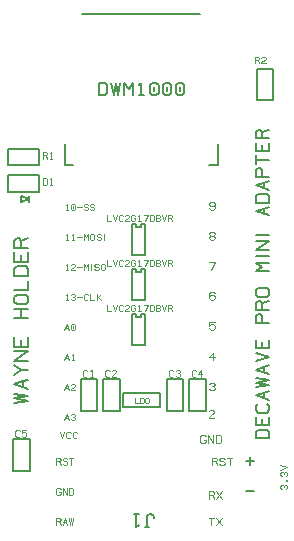
<source format=gto>
%FSTAX24Y24*%
%MOIN*%
%IN SILK1.GBR *%
%ADD10C,0.0029*%
%ADD11C,0.0034*%
%ADD12C,0.0036*%
%ADD13C,0.0043*%
%ADD14C,0.0060*%
%ADD15C,0.0071*%
%ADD16C,0.0079*%
%ADD17C,0.0080*%
D15*X008893Y004036D02*G01X008821Y003964D01*Y00375D01*X00925D01*
Y003964D01*X009179Y004036D01*X008893D01*X008821Y004464D02*Y004179D01*
X009036D01*X00925D01*Y004464D01*X009036Y004179D02*Y004393D01*
X008893Y004893D02*X008821Y004821D01*Y004679D01*X008893Y004607D01*
X009179D01*X00925Y004679D01*Y004821D01*X009179Y004893D01*
X00925Y005036D02*X008821Y005179D01*X009089Y005268D01*X00925Y005321D01*
X009089Y005268D02*Y005089D01*X008821Y005464D02*X00925Y005536D01*
X008821Y005607D01*X00925Y005679D01*X008821Y00575D01*X00925Y005893D02*
X008821Y006036D01*X009089Y006125D01*X00925Y006179D01*X009089Y006125D02*
Y005946D01*X008821Y006321D02*X00925Y006464D01*X008821Y006607D01*
Y007036D02*Y00675D01*X009036D01*X00925D01*Y007036D01*X009036Y00675D02*
Y006964D01*X00925Y007607D02*X008821D01*Y007821D01*X008893Y007893D01*
X008964D01*X009036Y007821D01*Y007607D01*X00925Y008036D02*X008821D01*
Y00825D01*X008893Y008321D01*X008964D01*X009036Y00825D01*
X00925Y008321D01*X009036Y00825D02*Y008036D01*X008893Y00875D02*
X008821Y008679D01*Y008536D01*X008893Y008464D01*X009179D01*
X00925Y008536D01*Y008679D01*X009179Y00875D01*X008893D01*
X00925Y009321D02*X008821D01*X009036Y009464D01*X008821Y009607D01*
X00925D01*Y009821D02*X008821D01*X00925Y010036D02*X008821D01*
X00925Y010321D01*X008821D01*X00925Y010536D02*X008821D01*
X00925Y011179D02*X008821Y011321D01*X009089Y011411D01*X00925Y011464D01*
X009089Y011411D02*Y011232D01*X008893Y011893D02*X008821Y011821D01*
Y011607D01*X00925D01*Y011821D01*X009179Y011893D01*X008893D01*
X00925Y012036D02*X008821Y012179D01*X009089Y012268D01*X00925Y012321D01*
X009089Y012268D02*Y012089D01*X00925Y012464D02*X008821D01*Y012679D01*
X008893Y01275D01*X008964D01*X009036Y012679D01*Y012464D01*
X00925Y013036D02*X008821D01*Y013179D01*Y013036D02*Y012893D01*
Y013607D02*Y013321D01*X009036D01*X00925D01*Y013607D01*
X009036Y013321D02*Y013536D01*X00925Y01375D02*X008821D01*Y013964D01*
X008893Y014036D01*X008964D01*X009036Y013964D01*X00925Y014036D01*
X009036Y013964D02*Y01375D01*D17*X002441Y013564D02*Y012875D01*
X002736D01*X007559Y013564D02*Y012875D01*X007264D01*X003032Y017895D02*
X006969D01*D16*X000764Y004921D02*X001236Y005D01*X000764Y005079D01*
X001236Y005157D01*X000764Y005236D01*X001236Y005393D02*X000764Y00555D01*
X001059Y005648D01*X001236Y005707D01*X001059Y005648D02*Y005452D01*
X000764Y005864D02*X001Y006021D01*X001236D01*X001D02*X000764Y006179D01*
X001236Y006336D02*X000764D01*X001236Y00665D01*X000764D01*Y007121D02*
Y006807D01*X001D01*X001236D01*Y007121D01*X001Y006807D02*Y007043D01*
X000764Y00775D02*X001D01*X001236D01*X001D02*Y008064D01*X000764D01*
X001D02*X001236D01*X000843Y008536D02*X000764Y008457D01*Y0083D01*
X000843Y008221D01*X001157D01*X001236Y0083D01*Y008457D01*
X001157Y008536D01*X000843D01*X000764Y008693D02*X001236D01*Y009007D01*
X000843Y009479D02*X000764Y0094D01*Y009164D01*X001236D01*Y0094D01*
X001157Y009479D01*X000843D01*X000764Y00995D02*Y009636D01*X001D01*
X001236D01*Y00995D01*X001Y009636D02*Y009871D01*X001236Y010107D02*
X000764D01*Y010343D01*X000843Y010421D01*X000921D01*X001Y010343D01*
X001236Y010421D01*X001Y010343D02*Y010107D01*D14*X003525Y004675D02*
X002975D01*X003525Y005725D02*X002975D01*X003525Y004675D02*Y005725D01*
X002975Y004675D02*Y005725D01*X0064Y004675D02*X00585D01*X0064Y005725D02*
X00585D01*X0064Y004675D02*Y005725D01*X00585Y004675D02*Y005725D01*D12*
X009671Y002064D02*X009636Y0021D01*Y002171D01*X009671Y002207D01*
X009707D01*X009743Y002171D01*X009779Y002207D01*X009814D01*
X00985Y002171D01*Y0021D01*X009814Y002064D01*X009743Y002171D02*
Y002136D01*X00985Y002332D02*Y00235D01*X009832D01*Y002332D01*X00985D01*
X009671Y002493D02*X009636Y002529D01*Y0026D01*X009671Y002636D01*
X009707D01*X009743Y0026D01*X009779Y002636D01*X009814D01*X00985Y0026D01*
Y002529D01*X009814Y002493D01*X009743Y0026D02*Y002564D01*
X009636Y002707D02*X00985Y002779D01*X009636Y00285D01*D14*
X00715Y004675D02*X0066D01*X00715Y005725D02*X0066D01*X00715Y004675D02*
Y005725D01*X0066Y004675D02*Y005725D01*X00055Y011975D02*Y012525D01*
X0016Y011975D02*Y012525D01*X00055Y011975D02*X0016D01*X00055Y012525D02*
X0016D01*X004275Y004675D02*X003725D01*X004275Y005725D02*X003725D01*
X004275Y004675D02*Y005725D01*X003725Y004675D02*Y005725D01*D17*
X004975Y0048D02*X005625D01*Y00525D01*X004375D01*Y0048D01*X004975D01*
D14*X00055Y01285D02*Y0134D01*X0016Y01285D02*Y0134D01*X00055Y01285D02*
X0016D01*X00055Y0134D02*X0016D01*X0094Y015025D02*X00885D01*
X0094Y016075D02*X00885D01*X0094Y015025D02*Y016075D01*X00885Y015025D02*
Y016075D01*D17*X004685Y00685D02*Y0079D01*X004835D01*Y0078D01*
X004985D01*Y0079D01*X005135D01*Y00685D01*X004685D01*Y00985D02*Y0109D01*
X004835D01*Y0108D01*X004985D01*Y0109D01*X005135D01*Y00985D01*
X004685D01*Y00835D02*Y0094D01*X004835D01*Y0093D01*X004985D01*Y0094D01*
X005135D01*Y00835D01*X004685D01*D14*X001275Y002675D02*X000725D01*
X001275Y003725D02*X000725D01*X001275Y002675D02*Y003725D01*
X000725Y002675D02*Y003725D01*D17*X00125Y011625D02*Y011825D01*
Y011725D02*X001Y011625D01*Y011825D01*X00125Y011725D01*X0085Y003D02*
X00875D01*X008625Y003125D02*Y002875D01*X00875Y002D02*X0085D01*D15*
X005404Y00108D02*Y001151D01*X005332Y001223D01*X005261D01*
X005189Y001151D01*Y000794D01*X005261D01*X005118D01*X004904Y000866D02*
X004832Y000794D01*Y001223D01*X004761D01*X004832D02*X004904D01*
X003857Y015538D02*X003786Y015609D01*X003571D01*Y015181D01*X003786D01*
X003857Y015252D01*Y015538D01*X004Y015609D02*X004071Y015181D01*
X004143Y015609D01*X004214Y015181D01*X004286Y015609D01*
X004429Y015181D02*Y015609D01*X004571Y015395D01*X004714Y015609D01*
Y015181D01*X004929Y015538D02*X005Y015609D01*Y015181D01*X005071D01*
X005D02*X004929D01*X005571Y015538D02*X0055Y015609D01*X005357D01*
X005286Y015538D01*Y015252D01*X005357Y015181D01*X0055D01*
X005571Y015252D01*Y015538D01*X005429Y015467D02*Y015324D01*
X006Y015538D02*X005929Y015609D01*X005786D01*X005714Y015538D01*
Y015252D01*X005786Y015181D01*X005929D01*X006Y015252D01*Y015538D01*
X005857Y015467D02*Y015324D01*X006429Y015538D02*X006357Y015609D01*
X006214D01*X006143Y015538D01*Y015252D01*X006214Y015181D01*X006357D01*
X006429Y015252D01*Y015538D01*X006286Y015467D02*Y015324D01*D12*
X003194Y005986D02*X003159Y006022D01*X003087D01*X003051Y005986D01*
Y005843D01*X003087Y005807D01*X003159D01*X003194Y005843D01*
X003301Y005986D02*X003337Y006022D01*Y005807D01*X003373D01*X003337D02*
X003301D01*X006069Y005986D02*X006034Y006022D01*X005962D01*
X005926Y005986D01*Y005843D01*X005962Y005807D01*X006034D01*
X006069Y005843D01*X006141Y005986D02*X006176Y006022D01*X006248D01*
X006284Y005986D01*Y00595D01*X006248Y005914D01*X006284Y005879D01*
Y005843D01*X006248Y005807D01*X006176D01*X006141Y005843D01*
X006248Y005914D02*X006212D01*X006819Y005986D02*X006784Y006022D01*
X006712D01*X006676Y005986D01*Y005843D01*X006712Y005807D01*X006784D01*
X006819Y005843D01*X006998Y005807D02*Y006022D01*X006891Y005897D01*
X007034D01*X001854Y012379D02*X001818Y012414D01*X001711D01*Y0122D01*
X001818D01*X001854Y012236D01*Y012379D01*X001961D02*X001996Y012414D01*
Y0122D01*X002032D01*X001996D02*X001961D01*D13*X007439Y007632D02*
X007268D01*Y007504D01*X007311Y007546D01*X007396D01*X007439Y007504D01*
Y007418D01*X007396Y007375D01*X007311D01*X007268Y007418D01*
X007439Y008589D02*X007396Y008632D01*X007311D01*X007268Y008589D01*
Y008418D01*X007311Y008375D01*X007396D01*X007439Y008418D01*Y008482D01*
X007396Y008525D01*X007311D01*X007268Y008482D01*Y009632D02*X007439D01*
X007311Y009375D01*X007268Y011418D02*X007311Y011375D01*X007396D01*
X007439Y011418D01*Y011589D01*X007396Y011632D01*X007311D01*
X007268Y011589D01*Y011525D01*X007311Y011482D01*X007396D01*
X007439Y011525D01*X007396Y010504D02*X007439Y010546D01*Y010589D01*
X007396Y010632D01*X007311D01*X007268Y010589D01*Y010546D01*
X007311Y010504D01*X007396D01*X007439Y010461D01*Y010418D01*
X007396Y010375D01*X007311D01*X007268Y010418D01*Y010461D01*
X007311Y010504D01*D12*X002436Y00735D02*X002507Y007564D01*
X002552Y00743D01*X002579Y00735D01*X002552Y00743D02*X002462D01*
X002793Y007529D02*X002757Y007564D01*X002686D01*X00265Y007529D01*
Y007386D01*X002686Y00735D01*X002757D01*X002793Y007386D01*Y007529D01*
X002721Y007493D02*Y007421D01*X002471Y008529D02*X002507Y008564D01*
Y00835D01*X002543D01*X002507D02*X002471D01*X00265Y008529D02*
X002686Y008564D01*X002757D01*X002793Y008529D01*Y008493D01*
X002757Y008457D01*X002793Y008421D01*Y008386D01*X002757Y00835D01*
X002686D01*X00265Y008386D01*X002757Y008457D02*X002721D01*X002864D02*
X003007D01*X003221Y008529D02*X003186Y008564D01*X003114D01*
X003079Y008529D01*Y008386D01*X003114Y00835D01*X003186D01*
X003221Y008386D01*X003293Y008564D02*Y00835D01*X003436D01*
X003507Y008564D02*Y008421D01*Y00835D01*Y008421D02*X003543Y008457D01*
X00365Y00835D01*X003543Y008457D02*X00365Y008564D01*X002471Y009529D02*
X002507Y009564D01*Y00935D01*X002543D01*X002507D02*X002471D01*
X00265Y009529D02*X002686Y009564D01*X002757D01*X002793Y009529D01*
Y009493D01*X002757Y009457D01*X00265Y009386D01*Y00935D01*X002793D01*
X002864Y009457D02*X003007D01*X003079Y00935D02*Y009564D01*
X00315Y009457D01*X003221Y009564D01*Y00935D01*X003329D02*Y009564D01*
X003579Y009529D02*X003543Y009564D01*X003471D01*X003436Y009529D01*
Y009493D01*X003471Y009457D01*X003543D01*X003579Y009421D01*Y009386D01*
X003543Y00935D01*X003471D01*X003436Y009386D01*X003793Y009529D02*
X003757Y009564D01*X003686D01*X00365Y009529D01*Y009386D01*
X003686Y00935D01*X003757D01*X003793Y009386D01*Y009529D01*D13*
X007343Y00285D02*Y003107D01*X007471D01*X007514Y003064D01*Y003021D01*
X007471Y002979D01*X007514Y00285D01*X007471Y002979D02*X007343D01*
X007771Y003064D02*X007729Y003107D01*X007643D01*X0076Y003064D01*
Y003021D01*X007643Y002979D01*X007729D01*X007771Y002936D01*Y002893D01*
X007729Y00285D01*X007643D01*X0076Y002893D01*X007943Y00285D02*
Y003107D01*X008029D01*X007943D02*X007857D01*D12*X002436Y00635D02*
X002507Y006564D01*X002552Y00643D01*X002579Y00635D01*X002552Y00643D02*
X002462D01*X002686Y006529D02*X002721Y006564D01*Y00635D01*X002757D01*
X002721D02*X002686D01*D13*X007329Y00085D02*Y001107D01*X007414D01*
X007329D02*X007243D01*X0075D02*X007671Y00085D01*X0075D02*
X007671Y001107D01*X007243Y001725D02*Y001982D01*X007371D01*
X007414Y001939D01*Y001896D01*X007371Y001854D01*X007414Y001725D01*
X007371Y001854D02*X007243D01*X0075Y001982D02*X007671Y001725D01*
X0075D02*X007671Y001982D01*X007139Y003814D02*X007096Y003857D01*
X007011D01*X006968Y003814D01*Y003643D01*X007011Y0036D01*X007096D01*
X007139Y003643D01*Y003707D01*X007096D01*X007225Y0036D02*Y003857D01*
X007396Y0036D01*Y003857D01*X007654Y003814D02*X007611Y003857D01*
X007482D01*Y0036D01*X007611D01*X007654Y003643D01*Y003814D01*
X007241Y004646D02*X007284Y004689D01*X007369D01*X007412Y004646D01*
Y004603D01*X007369Y004561D01*X007241Y004475D01*Y004432D01*X007412D01*
X007268Y005564D02*X007311Y005607D01*X007396D01*X007439Y005564D01*
Y005521D01*X007396Y005479D01*X007439Y005436D01*Y005393D01*
X007396Y00535D01*X007311D01*X007268Y005393D01*X007396Y005479D02*
X007354D01*D12*X002304Y002054D02*X002268Y002089D01*X002196D01*
X002161Y002054D01*Y001911D01*X002196Y001875D01*X002268D01*
X002304Y001911D01*Y001964D01*X002268D01*X002375Y001875D02*Y002089D01*
X002518Y001875D01*Y002089D01*X002732Y002054D02*X002696Y002089D01*
X002589D01*Y001875D01*X002696D01*X002732Y001911D01*Y002054D01*
X002161Y002875D02*Y003089D01*X002268D01*X002304Y003054D01*Y003018D01*
X002268Y002982D01*X002304Y002875D01*X002268Y002982D02*X002161D01*
X002518Y003054D02*X002482Y003089D01*X002411D01*X002375Y003054D01*
Y003018D01*X002411Y002982D01*X002482D01*X002518Y002946D01*Y002911D01*
X002482Y002875D01*X002411D01*X002375Y002911D01*X002661Y002875D02*
Y003089D01*X002732D01*X002661D02*X002589D01*X002286Y003964D02*
X002357Y00375D01*X002429Y003964D01*X002643Y003929D02*X002607Y003964D01*
X002536D01*X0025Y003929D01*Y003786D01*X002536Y00375D01*X002607D01*
X002643Y003786D01*X002857Y003929D02*X002821Y003964D01*X00275D01*
X002714Y003929D01*Y003786D01*X00275Y00375D01*X002821D01*
X002857Y003786D01*X002436Y00435D02*X002507Y004564D01*X002552Y00443D01*
X002579Y00435D01*X002552Y00443D02*X002462D01*X00265Y004529D02*
X002686Y004564D01*X002757D01*X002793Y004529D01*Y004493D01*
X002757Y004457D01*X002793Y004421D01*Y004386D01*X002757Y00435D01*
X002686D01*X00265Y004386D01*X002757Y004457D02*X002721D01*
X002161Y000875D02*Y001089D01*X002268D01*X002304Y001054D01*Y001018D01*
X002268Y000982D01*X002304Y000875D01*X002268Y000982D02*X002161D01*
X002375Y000875D02*X002446Y001089D01*X002491Y000955D01*
X002518Y000875D01*X002491Y000955D02*X002402D01*X002589Y001089D02*
X002625Y000875D01*X002661Y001089D01*X002696Y000875D01*
X002732Y001089D01*D13*X007396Y00635D02*Y006607D01*X007268Y006457D01*
X007439D01*D12*X003944Y005986D02*X003909Y006022D01*X003837D01*
X003801Y005986D01*Y005843D01*X003837Y005807D01*X003909D01*
X003944Y005843D01*X004016Y005986D02*X004051Y006022D01*X004123D01*
X004159Y005986D01*Y00595D01*X004123Y005914D01*X004016Y005843D01*
Y005807D01*X004159D01*X002436Y00535D02*X002507Y005564D01*
X002552Y00543D01*X002579Y00535D01*X002552Y00543D02*X002462D01*
X00265Y005529D02*X002686Y005564D01*X002757D01*X002793Y005529D01*
Y005493D01*X002757Y005457D01*X00265Y005386D01*Y00535D01*X002793D01*
X002471Y011529D02*X002507Y011564D01*Y01135D01*X002543D01*X002507D02*
X002471D01*X002793Y011529D02*X002757Y011564D01*X002686D01*
X00265Y011529D01*Y011386D01*X002686Y01135D01*X002757D01*
X002793Y011386D01*Y011529D01*X002721Y011493D02*Y011421D01*
X002864Y011457D02*X003007D01*X003221Y011529D02*X003186Y011564D01*
X003114D01*X003079Y011529D01*Y011493D01*X003114Y011457D01*X003186D01*
X003221Y011421D01*Y011386D01*X003186Y01135D01*X003114D01*
X003079Y011386D01*X003436Y011529D02*X0034Y011564D01*X003329D01*
X003293Y011529D01*Y011493D01*X003329Y011457D01*X0034D01*
X003436Y011421D01*Y011386D01*X0034Y01135D01*X003329D01*
X003293Y011386D01*X002471Y010529D02*X002507Y010564D01*Y01035D01*
X002543D01*X002507D02*X002471D01*X002686Y010529D02*X002721Y010564D01*
Y01035D01*X002757D01*X002721D02*X002686D01*X002864Y010457D02*
X003007D01*X003079Y01035D02*Y010564D01*X00315Y010457D01*
X003221Y010564D01*Y01035D01*X003436Y010529D02*X0034Y010564D01*
X003329D01*X003293Y010529D01*Y010386D01*X003329Y01035D01*X0034D01*
X003436Y010386D01*Y010529D01*X00365D02*X003614Y010564D01*X003543D01*
X003507Y010529D01*Y010493D01*X003543Y010457D01*X003614D01*
X00365Y010421D01*Y010386D01*X003614Y01035D01*X003543D01*
X003507Y010386D01*X003757Y01035D02*Y010564D01*D10*X004794Y005096D02*
Y004925D01*X004908D01*X005079Y005068D02*X005051Y005096D01*X004965D01*
Y004925D01*X005051D01*X005079Y004954D01*Y005068D01*X005251D02*
X005222Y005096D01*X005165D01*X005136Y005068D01*Y004954D01*
X005165Y004925D01*X005222D01*X005251Y004954D01*Y005068D01*D12*
X001711Y013075D02*Y013289D01*X001818D01*X001854Y013254D01*Y013218D01*
X001818Y013182D01*X001854Y013075D01*X001818Y013182D02*X001711D01*
X001961Y013254D02*X001996Y013289D01*Y013075D01*X002032D01*X001996D02*
X001961D01*X008786Y01625D02*Y016464D01*X008893D01*X008929Y016429D01*
Y016393D01*X008893Y016357D01*X008929Y01625D01*X008893Y016357D02*
X008786D01*X009Y016429D02*X009036Y016464D01*X009107D01*
X009143Y016429D01*Y016393D01*X009107Y016357D01*X009Y016286D01*
Y01625D01*X009143D01*D11*X003839Y008206D02*Y008D01*X003976D01*
X004045Y008206D02*X004114Y008D01*X004182Y008206D01*X004388Y008171D02*
X004354Y008206D01*X004285D01*X004251Y008171D01*Y008034D01*
X004285Y008D01*X004354D01*X004388Y008034D01*X004456Y008171D02*
X004491Y008206D01*X004559D01*X004594Y008171D01*Y008137D01*
X004559Y008103D01*X004456Y008034D01*Y008D01*X004594D01*
X004799Y008171D02*X004765Y008206D01*X004696D01*X004662Y008171D01*
Y008034D01*X004696Y008D01*X004765D01*X004799Y008034D01*Y008086D01*
X004765D01*X004902Y008171D02*X004936Y008206D01*Y008D01*X004971D01*
X004936D02*X004902D01*X005074Y008206D02*X005211D01*X005108Y008D01*
X005416Y008171D02*X005382Y008206D01*X005279D01*Y008D01*X005382D01*
X005416Y008034D01*Y008171D01*X005485Y008D02*Y008206D01*X005588D01*
X005622Y008171D01*Y008137D01*X005588Y008103D01*X005622Y008069D01*
Y008034D01*X005588Y008D01*X005485D01*X005588Y008103D02*X005485D01*
X005691Y008206D02*X005759Y008D01*X005828Y008206D01*X005896Y008D02*
Y008206D01*X005999D01*X006034Y008171D01*Y008137D01*X005999Y008103D01*
X006034Y008D01*X005999Y008103D02*X005896D01*X003839Y011206D02*Y011D01*
X003976D01*X004045Y011206D02*X004114Y011D01*X004182Y011206D01*
X004388Y011171D02*X004354Y011206D01*X004285D01*X004251Y011171D01*
Y011034D01*X004285Y011D01*X004354D01*X004388Y011034D01*
X004456Y011171D02*X004491Y011206D01*X004559D01*X004594Y011171D01*
Y011137D01*X004559Y011103D01*X004456Y011034D01*Y011D01*X004594D01*
X004799Y011171D02*X004765Y011206D01*X004696D01*X004662Y011171D01*
Y011034D01*X004696Y011D01*X004765D01*X004799Y011034D01*Y011086D01*
X004765D01*X004902Y011171D02*X004936Y011206D01*Y011D01*X004971D01*
X004936D02*X004902D01*X005074Y011206D02*X005211D01*X005108Y011D01*
X005416Y011171D02*X005382Y011206D01*X005279D01*Y011D01*X005382D01*
X005416Y011034D01*Y011171D01*X005485Y011D02*Y011206D01*X005588D01*
X005622Y011171D01*Y011137D01*X005588Y011103D01*X005622Y011069D01*
Y011034D01*X005588Y011D01*X005485D01*X005588Y011103D02*X005485D01*
X005691Y011206D02*X005759Y011D01*X005828Y011206D01*X005896Y011D02*
Y011206D01*X005999D01*X006034Y011171D01*Y011137D01*X005999Y011103D01*
X006034Y011D01*X005999Y011103D02*X005896D01*X003839Y009706D02*Y0095D01*
X003976D01*X004045Y009706D02*X004114Y0095D01*X004182Y009706D01*
X004388Y009671D02*X004354Y009706D01*X004285D01*X004251Y009671D01*
Y009534D01*X004285Y0095D01*X004354D01*X004388Y009534D01*
X004456Y009671D02*X004491Y009706D01*X004559D01*X004594Y009671D01*
Y009637D01*X004559Y009603D01*X004456Y009534D01*Y0095D01*X004594D01*
X004799Y009671D02*X004765Y009706D01*X004696D01*X004662Y009671D01*
Y009534D01*X004696Y0095D01*X004765D01*X004799Y009534D01*Y009586D01*
X004765D01*X004902Y009671D02*X004936Y009706D01*Y0095D01*X004971D01*
X004936D02*X004902D01*X005074Y009706D02*X005211D01*X005108Y0095D01*
X005416Y009671D02*X005382Y009706D01*X005279D01*Y0095D01*X005382D01*
X005416Y009534D01*Y009671D01*X005485Y0095D02*Y009706D01*X005588D01*
X005622Y009671D01*Y009637D01*X005588Y009603D01*X005622Y009569D01*
Y009534D01*X005588Y0095D01*X005485D01*X005588Y009603D02*X005485D01*
X005691Y009706D02*X005759Y0095D01*X005828Y009706D01*X005896Y0095D02*
Y009706D01*X005999D01*X006034Y009671D01*Y009637D01*X005999Y009603D01*
X006034Y0095D01*X005999Y009603D02*X005896D01*D12*X000944Y003986D02*
X000909Y004022D01*X000837D01*X000801Y003986D01*Y003843D01*
X000837Y003807D01*X000909D01*X000944Y003843D01*X001159Y004022D02*
X001016D01*Y003914D01*X001051Y00395D01*X001123D01*X001159Y003914D01*
Y003843D01*X001123Y003807D01*X001051D01*X001016Y003843D01*
M02*
</source>
